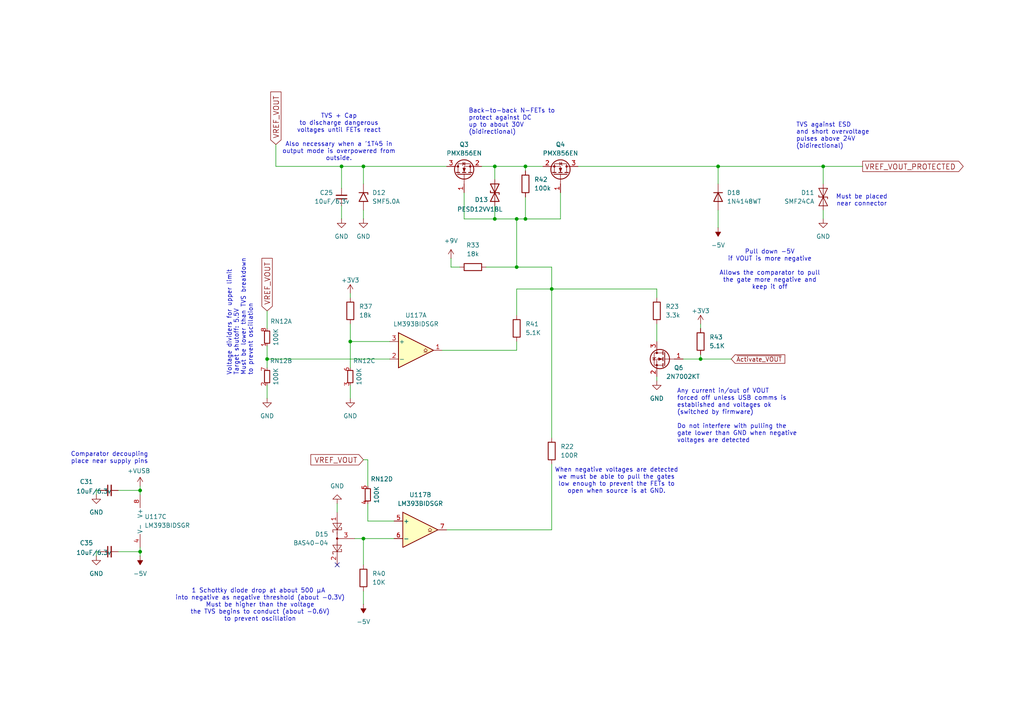
<source format=kicad_sch>
(kicad_sch (version 20250114) (generator "eeschema") (generator_version "9.0")
  (paper "A4")
  (lib_symbols
    (symbol "Comparator:LM393" (pin_names (offset 0.127))
      (property "Reference" "U" (at 3.81 3.81 0))
      (property "Value" "LM393" (at 6.35 -3.81 0))
      (symbol "LM393_1_1"
        (polyline (pts (xy -5.08 5.08) (xy 5.08 0) (xy -5.08 -5.08) (xy -5.08 5.08)) (stroke (width 0.254)) (fill (type background)))
        (polyline (pts (xy 3.302 -0.508) (xy 2.794 -0.508) (xy 3.302 0) (xy 2.794 0.508) (xy 2.286 0) (xy 2.794 -0.508) (xy 2.286 -0.508)) (stroke (width 0.127)))
        (pin input line (at -7.62 2.54 0) (length 2.54) (name "+") (number "3"))
        (pin input line (at -7.62 -2.54 0) (length 2.54) (name "-") (number "2"))
        (pin open_collector line (at 7.62 0 180) (length 2.54) (name "~") (number "1"))
      )
      (symbol "LM393_2_1"
        (polyline (pts (xy -5.08 5.08) (xy 5.08 0) (xy -5.08 -5.08) (xy -5.08 5.08)) (stroke (width 0.254)) (fill (type background)))
        (polyline (pts (xy 3.302 -0.508) (xy 2.794 -0.508) (xy 3.302 0) (xy 2.794 0.508) (xy 2.286 0) (xy 2.794 -0.508) (xy 2.286 -0.508)) (stroke (width 0.127)))
        (pin input line (at -7.62 2.54 0) (length 2.54) (name "+") (number "5"))
        (pin input line (at -7.62 -2.54 0) (length 2.54) (name "-") (number "6"))
        (pin open_collector line (at 7.62 0 180) (length 2.54) (name "~") (number "7"))
      )
      (symbol "LM393_3_1"
        (pin power_in line (at -2.54 7.62 270) (length 3.81) (name "V+") (number "8"))
        (pin power_in line (at -2.54 -7.62 90) (length 3.81) (name "V-") (number "4"))
      )
    )
    (symbol "Device:C_Small" (pin_numbers (hide yes)) (pin_names (offset 0.254) (hide yes))
      (property "Reference" "C" (at 0.254 1.778 0))
      (property "Value" "C_Small" (at 0.254 -2.032 0))
      (symbol "C_Small_0_1"
        (polyline (pts (xy -1.524 0.508) (xy 1.524 0.508)) (stroke (width 0.3048)))
        (polyline (pts (xy -1.524 -0.508) (xy 1.524 -0.508)) (stroke (width 0.3302)))
      )
      (symbol "C_Small_1_1"
        (pin passive line (at 0 2.54 270) (length 2.032) (name "~") (number "1"))
        (pin passive line (at 0 -2.54 90) (length 2.032) (name "~") (number "2"))
      )
    )
    (symbol "Device:D_TVS" (pin_numbers (hide yes)) (pin_names (offset 1.016) (hide yes))
      (property "Reference" "D" (at 0 2.54 0))
      (property "Value" "D_TVS" (at 0 -2.54 0))
      (symbol "D_TVS_0_1"
        (polyline (pts (xy -2.54 1.27) (xy -2.54 -1.27) (xy 2.54 1.27) (xy 2.54 -1.27) (xy -2.54 1.27)) (stroke (width 0.254)))
        (polyline (pts (xy 0.508 1.27) (xy 0 1.27) (xy 0 -1.27) (xy -0.508 -1.27)) (stroke (width 0.254)))
        (polyline (pts (xy 1.27 0) (xy -1.27 0)))
      )
      (symbol "D_TVS_1_1"
        (pin passive line (at -3.81 0 0) (length 2.54) (name "A1") (number "1"))
        (pin passive line (at 3.81 0 180) (length 2.54) (name "A2") (number "2"))
      )
    )
    (symbol "Device:Q_NMOS_GSD" (pin_names (offset 0) (hide yes))
      (property "Reference" "Q" (at 5.08 1.27 0))
      (property "Value" "Q_NMOS_GSD" (at 5.08 -1.27 0))
      (symbol "Q_NMOS_GSD_0_1"
        (polyline (pts (xy 0.254 1.905) (xy 0.254 -1.905)) (stroke (width 0.254)))
        (polyline (pts (xy 0.254 0) (xy -2.54 0)))
        (polyline (pts (xy 0.762 2.286) (xy 0.762 1.27)) (stroke (width 0.254)))
        (polyline (pts (xy 0.762 0.508) (xy 0.762 -0.508)) (stroke (width 0.254)))
        (polyline (pts (xy 0.762 -1.27) (xy 0.762 -2.286)) (stroke (width 0.254)))
        (polyline (pts (xy 0.762 -1.778) (xy 3.302 -1.778) (xy 3.302 1.778) (xy 0.762 1.778)))
        (polyline (pts (xy 1.016 0) (xy 2.032 0.381) (xy 2.032 -0.381) (xy 1.016 0)) (fill (type outline)))
        (circle (center 1.651 0) (radius 2.794) (stroke (width 0.254)))
        (polyline (pts (xy 2.54 2.54) (xy 2.54 1.778)))
        (circle (center 2.54 1.778) (radius 0.254) (fill (type outline)))
        (circle (center 2.54 -1.778) (radius 0.254) (fill (type outline)))
        (polyline (pts (xy 2.54 -2.54) (xy 2.54 0) (xy 0.762 0)))
        (polyline (pts (xy 2.794 0.508) (xy 2.921 0.381) (xy 3.683 0.381) (xy 3.81 0.254)))
        (polyline (pts (xy 3.302 0.381) (xy 2.921 -0.254) (xy 3.683 -0.254) (xy 3.302 0.381)))
      )
      (symbol "Q_NMOS_GSD_1_1"
        (pin input line (at -5.08 0 0) (length 2.54) (name "G") (number "1"))
        (pin passive line (at 2.54 5.08 270) (length 2.54) (name "D") (number "3"))
        (pin passive line (at 2.54 -5.08 90) (length 2.54) (name "S") (number "2"))
      )
    )
    (symbol "Device:R" (pin_numbers (hide yes)) (pin_names (offset 0))
      (property "Reference" "R" (at 2.032 0 90))
      (property "Value" "R" (at 0 0 90))
      (symbol "R_0_1"
        (rectangle (start -1.016 -2.54) (end 1.016 2.54) (stroke (width 0.254)))
      )
      (symbol "R_1_1"
        (pin passive line (at 0 3.81 270) (length 1.27) (name "~") (number "1"))
        (pin passive line (at 0 -3.81 90) (length 1.27) (name "~") (number "2"))
      )
    )
    (symbol "Diode:1N4148WS" (pin_numbers (hide yes)) (pin_names (hide yes))
      (property "Reference" "D" (at 0 2.54 0))
      (property "Value" "1N4148WS" (at 0 -2.54 0))
      (symbol "1N4148WS_0_1"
        (polyline (pts (xy -1.27 1.27) (xy -1.27 -1.27)) (stroke (width 0.254)))
        (polyline (pts (xy 1.27 1.27) (xy 1.27 -1.27) (xy -1.27 0) (xy 1.27 1.27)) (stroke (width 0.254)))
        (polyline (pts (xy 1.27 0) (xy -1.27 0)))
      )
      (symbol "1N4148WS_1_1"
        (pin passive line (at -3.81 0 0) (length 2.54) (name "K") (number "1"))
        (pin passive line (at 3.81 0 180) (length 2.54) (name "A") (number "2"))
      )
    )
    (symbol "Diode:BAS40-04" (pin_names (offset 1.016))
      (property "Reference" "D" (at 0.635 -1.27 0))
      (property "Value" "BAS40-04" (at -6.35 5.715 0))
      (symbol "BAS40-04_0_1"
        (polyline (pts (xy -4.445 3.81) (xy -4.445 1.27) (xy -2.54 2.54) (xy -4.445 3.81)))
        (polyline (pts (xy -3.81 2.54) (xy -1.27 2.54)))
        (polyline (pts (xy -3.175 1.27) (xy -3.175 1.524)))
        (polyline (pts (xy -2.54 3.81) (xy -1.905 3.81)))
        (polyline (pts (xy -2.54 1.27) (xy -3.175 1.27)))
        (polyline (pts (xy -2.54 1.27) (xy -2.54 3.81)))
        (polyline (pts (xy -1.905 3.81) (xy -1.905 3.556)))
        (polyline (pts (xy -1.905 2.54) (xy 1.905 2.54)))
        (circle (center 0 2.54) (radius 0.254) (fill (type outline)))
        (polyline (pts (xy 1.27 2.54) (xy 3.81 2.54)))
        (polyline (pts (xy 1.905 3.81) (xy 1.905 1.27) (xy 3.81 2.54) (xy 1.905 3.81)))
        (polyline (pts (xy 3.175 1.27) (xy 3.175 1.524)))
        (polyline (pts (xy 3.81 3.81) (xy 4.445 3.81)))
        (polyline (pts (xy 3.81 1.27) (xy 3.175 1.27)))
        (polyline (pts (xy 3.81 1.27) (xy 3.81 3.81)))
        (polyline (pts (xy 4.445 3.81) (xy 4.445 3.556)))
      )
      (symbol "BAS40-04_1_1"
        (pin passive line (at -7.62 2.54 0) (length 3.81) (name "~") (number "1"))
        (pin passive line (at 0 -2.54 90) (length 5.08) (name "~") (number "3"))
        (pin passive line (at 7.62 2.54 180) (length 3.81) (name "~") (number "2"))
      )
    )
    (symbol "Diode:SMAJ5.0A" (pin_numbers (hide yes)) (pin_names (offset 1.016) (hide yes))
      (property "Reference" "D" (at 0 2.54 0))
      (property "Value" "SMAJ5.0A" (at 0 -2.54 0))
      (symbol "SMAJ5.0A_0_1"
        (polyline (pts (xy -0.762 1.27) (xy -1.27 1.27) (xy -1.27 -1.27)) (stroke (width 0.254)))
        (polyline (pts (xy 1.27 1.27) (xy 1.27 -1.27) (xy -1.27 0) (xy 1.27 1.27)) (stroke (width 0.254)))
      )
      (symbol "SMAJ5.0A_1_1"
        (pin passive line (at -3.81 0 0) (length 2.54) (name "A1") (number "1"))
        (pin passive line (at 3.81 0 180) (length 2.54) (name "A2") (number "2"))
      )
    )
    (symbol "Diode:SMAJ5.0CA" (pin_numbers (hide yes)) (pin_names (offset 1.016) (hide yes))
      (property "Reference" "D" (at 0 2.54 0))
      (property "Value" "SMAJ5.0CA" (at 0 -2.54 0))
      (symbol "SMAJ5.0CA_0_1"
        (polyline (pts (xy -2.54 -1.27) (xy 0 0) (xy -2.54 1.27) (xy -2.54 -1.27)) (stroke (width 0.2032)))
        (polyline (pts (xy 0.508 1.27) (xy 0 1.27) (xy 0 -1.27) (xy -0.508 -1.27)) (stroke (width 0.2032)))
        (polyline (pts (xy 1.27 0) (xy -1.27 0)))
        (polyline (pts (xy 2.54 1.27) (xy 2.54 -1.27) (xy 0 0) (xy 2.54 1.27)) (stroke (width 0.2032)))
      )
      (symbol "SMAJ5.0CA_1_1"
        (pin passive line (at -3.81 0 0) (length 2.54) (name "A1") (number "1"))
        (pin passive line (at 3.81 0 180) (length 2.54) (name "A2") (number "2"))
      )
    )
    (symbol "GND_1" (power) (pin_numbers (hide yes)) (pin_names (offset 0) (hide yes))
      (property "Value" "GND" (at 0 -3.81 0))
      (symbol "GND_1_0_1"
        (polyline (pts (xy 0 0) (xy 0 -1.27) (xy 1.27 -1.27) (xy 0 -2.54) (xy -1.27 -1.27) (xy 0 -1.27)))
      )
      (symbol "GND_1_1_1"
        (pin power_in line (at 0 0 270) (length 0) (name "~") (number "1"))
      )
    )
    (symbol "GND_2" (power) (pin_numbers (hide yes)) (pin_names (offset 0) (hide yes))
      (property "Value" "GND" (at 0 -3.81 0))
      (symbol "GND_2_0_1"
        (polyline (pts (xy 0 0) (xy 0 -1.27) (xy 1.27 -1.27) (xy 0 -2.54) (xy -1.27 -1.27) (xy 0 -1.27)))
      )
      (symbol "GND_2_1_1"
        (pin power_in line (at 0 0 270) (length 0) (name "~") (number "1"))
      )
    )
    (symbol "GND_3" (power) (pin_numbers (hide yes)) (pin_names (offset 0) (hide yes))
      (property "Value" "GND" (at 0 -3.81 0))
      (symbol "GND_3_0_1"
        (polyline (pts (xy 0 0) (xy 0 -1.27) (xy 1.27 -1.27) (xy 0 -2.54) (xy -1.27 -1.27) (xy 0 -1.27)))
      )
      (symbol "GND_3_1_1"
        (pin power_in line (at 0 0 270) (length 0) (name "~") (number "1"))
      )
    )
    (symbol "GND_4" (power) (pin_numbers (hide yes)) (pin_names (offset 0) (hide yes))
      (property "Value" "GND" (at 0 -3.81 0))
      (symbol "GND_4_0_1"
        (polyline (pts (xy 0 0) (xy 0 -1.27) (xy 1.27 -1.27) (xy 0 -2.54) (xy -1.27 -1.27) (xy 0 -1.27)))
      )
      (symbol "GND_4_1_1"
        (pin power_in line (at 0 0 270) (length 0) (name "~") (number "1"))
      )
    )
    (symbol "GND_7" (power) (pin_numbers (hide yes)) (pin_names (offset 0) (hide yes))
      (property "Value" "GND" (at 0 -3.81 0))
      (symbol "GND_7_0_1"
        (polyline (pts (xy 0 0) (xy 0 -1.27) (xy 1.27 -1.27) (xy 0 -2.54) (xy -1.27 -1.27) (xy 0 -1.27)))
      )
      (symbol "GND_7_1_1"
        (pin power_in line (at 0 0 270) (length 0) (name "~") (number "1"))
      )
    )
    (symbol "Transistor_FET:BSS138" (pin_names (hide yes))
      (property "Reference" "Q" (at 5.08 1.905 0))
      (property "Value" "BSS138" (at 5.08 0 0))
      (symbol "BSS138_0_1"
        (polyline (pts (xy 0.254 1.905) (xy 0.254 -1.905)) (stroke (width 0.254)))
        (polyline (pts (xy 0.254 0) (xy -2.54 0)))
        (polyline (pts (xy 0.762 2.286) (xy 0.762 1.27)) (stroke (width 0.254)))
        (polyline (pts (xy 0.762 0.508) (xy 0.762 -0.508)) (stroke (width 0.254)))
        (polyline (pts (xy 0.762 -1.27) (xy 0.762 -2.286)) (stroke (width 0.254)))
        (polyline (pts (xy 0.762 -1.778) (xy 3.302 -1.778) (xy 3.302 1.778) (xy 0.762 1.778)))
        (polyline (pts (xy 1.016 0) (xy 2.032 0.381) (xy 2.032 -0.381) (xy 1.016 0)) (fill (type outline)))
        (circle (center 1.651 0) (radius 2.794) (stroke (width 0.254)))
        (polyline (pts (xy 2.54 2.54) (xy 2.54 1.778)))
        (circle (center 2.54 1.778) (radius 0.254) (fill (type outline)))
        (circle (center 2.54 -1.778) (radius 0.254) (fill (type outline)))
        (polyline (pts (xy 2.54 -2.54) (xy 2.54 0) (xy 0.762 0)))
        (polyline (pts (xy 2.794 0.508) (xy 2.921 0.381) (xy 3.683 0.381) (xy 3.81 0.254)))
        (polyline (pts (xy 3.302 0.381) (xy 2.921 -0.254) (xy 3.683 -0.254) (xy 3.302 0.381)))
      )
      (symbol "BSS138_1_1"
        (pin input line (at -5.08 0 0) (length 2.54) (name "G") (number "1"))
        (pin passive line (at 2.54 5.08 270) (length 2.54) (name "D") (number "3"))
        (pin passive line (at 2.54 -5.08 90) (length 2.54) (name "S") (number "2"))
      )
    )
    (symbol "dp-power:+VUSB" (power) (pin_names (offset 1.016))
      (property "Value" "+VUSB" (at 0 5.08 0))
      (symbol "+VUSB_0_1"
        (polyline (pts (xy 0 2.54) (xy -0.762 1.27)))
        (polyline (pts (xy 0 2.54) (xy 0.762 1.27)))
        (polyline (pts (xy 0 0) (xy 0 2.54)))
      )
      (symbol "+VUSB_1_1"
        (pin power_in line (at 0 0 90) (length 0) (hide yes) (name "+VUSB") (number "1"))
      )
    )
    (symbol "dp-rarray:R_Array" (pin_names (offset 0) (hide yes))
      (property "Reference" "RN" (at 2.286 0.762 0))
      (property "Value" "R_Array" (at 4.572 -0.762 0))
      (symbol "R_Array_0_1"
        (rectangle (start 0.762 1.778) (end -0.762 -1.778) (stroke (width 0.254)))
      )
      (symbol "R_Array_1_1"
        (pin passive line (at 0 2.54 270) (length 0.762) (name "R1.1") (number "1"))
        (pin passive line (at 0 -2.54 90) (length 0.762) (name "R1.8") (number "8"))
      )
      (symbol "R_Array_2_1"
        (pin passive line (at 0 2.54 270) (length 0.762) (name "R1.1") (number "2"))
        (pin passive line (at 0 -2.54 90) (length 0.762) (name "R1.8") (number "7"))
      )
      (symbol "R_Array_3_1"
        (pin passive line (at 0 2.54 270) (length 0.762) (name "R1.1") (number "3"))
        (pin passive line (at 0 -2.54 90) (length 0.762) (name "R1.8") (number "6"))
      )
      (symbol "R_Array_4_1"
        (pin passive line (at 0 2.54 270) (length 0.762) (name "R1.1") (number "4"))
        (pin passive line (at 0 -2.54 90) (length 0.762) (name "R1.8") (number "5"))
      )
    )
    (symbol "power:+3V3" (power) (pin_names (offset 0))
      (property "Value" "+3V3" (at 0 3.556 0))
      (symbol "+3V3_0_1"
        (polyline (pts (xy -0.762 1.27) (xy 0 2.54)))
        (polyline (pts (xy 0 2.54) (xy 0.762 1.27)))
        (polyline (pts (xy 0 0) (xy 0 2.54)))
      )
      (symbol "+3V3_1_1"
        (pin power_in line (at 0 0 90) (length 0) (hide yes) (name "+3V3") (number "1"))
      )
    )
    (symbol "power:+9V" (power) (pin_numbers (hide yes)) (pin_names (offset 0) (hide yes))
      (property "Value" "+9V" (at 0 3.556 0))
      (symbol "+9V_0_1"
        (polyline (pts (xy -0.762 1.27) (xy 0 2.54)))
        (polyline (pts (xy 0 2.54) (xy 0.762 1.27)))
        (polyline (pts (xy 0 0) (xy 0 2.54)))
      )
      (symbol "+9V_1_1"
        (pin power_in line (at 0 0 90) (length 0) (name "~") (number "1"))
      )
    )
    (symbol "power:-5V" (power) (pin_numbers (hide yes)) (pin_names (offset 0) (hide yes))
      (property "Value" "-5V" (at 0 3.556 0))
      (symbol "-5V_0_0"
        (pin power_in line (at 0 0 90) (length 0) (name "~") (number "1"))
      )
      (symbol "-5V_0_1"
        (polyline (pts (xy 0 0) (xy 0 1.27) (xy 0.762 1.27) (xy 0 2.54) (xy -0.762 1.27) (xy 0 1.27)) (fill (type outline)))
      )
    )
  )
  (text "When negative voltages are detected\nwe must be able to pull the gates\nlow enough to prevent the FETs to\nopen when source is at GND." (at 178.816 139.446 0) (effects (font (size 1.27 1.27))))
  (text "TVS against ESD\nand short overvoltage\npulses above 24V\n(bidirectional)" (at 230.886 39.37 0) (effects (font (size 1.27 1.27)) (justify left)))
  (text "TVS + Cap\nto discharge dangerous\nvoltages until FETs react\n\nAlso necessary when a '1T45 in\noutput mode is overpowered from\noutside." (at 98.298 39.878 0) (effects (font (size 1.27 1.27))))
  (text "Back-to-back N-FETs to\nprotect against DC\nup to about 30V\n(bidirectional)" (at 135.89 35.306 0) (effects (font (size 1.27 1.27)) (justify left)))
  (text "Pull down -5V\nif VOUT is more negative\n\nAllows the comparator to pull\nthe gate more negative and\nkeep it off" (at 223.266 78.232 0) (effects (font (size 1.27 1.27))))
  (text "1 Schottky diode drop at about 500 µA \ninto negative as negative threshold (about -0.3V)\nMust be higher than the voltage\nthe TVS begins to conduct (about -0.6V)\nto prevent oscillation" (at 75.438 175.514 0) (effects (font (size 1.27 1.27))))
  (text "Comparator decoupling\nplace near supply pins" (at 31.75 132.842 0) (effects (font (size 1.27 1.27))))
  (text "Voltage dividers for upper limit\nTarget shutoff: 5.5V\nMust be lower than TVS breakdown\nto prevent oscillation" (at 69.596 108.966 90) (effects (font (size 1.27 1.27)) (justify left)))
  (text "Any current in/out of VOUT\nforced off unless USB comms is\nestablished and voltages ok\n(switched by firmware)\n\nDo not interfere with pulling the\ngate lower than GND when negative\nvoltages are detected" (at 196.342 120.65 0) (effects (font (size 1.27 1.27)) (justify left)))
  (text "Must be placed\nnear connector" (at 249.936 58.166 0) (effects (font (size 1.27 1.27))))
  (junction (at 105.41 48.26))
  (junction (at 143.51 63.5))
  (junction (at 99.06 48.26))
  (junction (at 160.02 83.82))
  (junction (at 77.47 104.14))
  (junction (at 152.4 48.26))
  (junction (at 152.4 63.5))
  (junction (at 143.51 48.26))
  (junction (at 101.6 99.06))
  (junction (at 203.2 104.14))
  (junction (at 40.64 160.02))
  (junction (at 149.86 63.5))
  (junction (at 105.41 156.21))
  (junction (at 149.86 77.47))
  (junction (at 238.76 48.26))
  (junction (at 208.28 48.26))
  (junction (at 40.64 142.24))
  (no_connect (at 97.79 163.83))
  (wire (pts (xy 105.41 156.21) (xy 114.3 156.21)))
  (wire (pts (xy 152.4 63.5) (xy 162.56 63.5)))
  (wire (pts (xy 143.51 59.69) (xy 143.51 63.5)))
  (wire (pts (xy 77.47 104.14) (xy 77.47 106.68)))
  (wire (pts (xy 80.01 41.91) (xy 80.01 48.26)))
  (wire (pts (xy 40.64 158.75) (xy 40.64 160.02)))
  (wire (pts (xy 101.6 99.06) (xy 113.03 99.06)))
  (wire (pts (xy 105.41 48.26) (xy 105.41 53.34)))
  (wire (pts (xy 149.86 77.47) (xy 149.86 63.5)))
  (wire (pts (xy 160.02 83.82) (xy 149.86 83.82)))
  (wire (pts (xy 160.02 83.82) (xy 160.02 127)))
  (wire (pts (xy 149.86 77.47) (xy 160.02 77.47)))
  (wire (pts (xy 190.5 86.36) (xy 190.5 83.82)))
  (wire (pts (xy 77.47 111.76) (xy 77.47 115.57)))
  (wire (pts (xy 238.76 60.96) (xy 238.76 63.5)))
  (wire (pts (xy 129.54 153.67) (xy 160.02 153.67)))
  (wire (pts (xy 101.6 99.06) (xy 101.6 106.68)))
  (wire (pts (xy 162.56 63.5) (xy 162.56 55.88)))
  (wire (pts (xy 203.2 104.14) (xy 212.09 104.14)))
  (wire (pts (xy 198.12 104.14) (xy 203.2 104.14)))
  (wire (pts (xy 149.86 99.06) (xy 149.86 101.6)))
  (wire (pts (xy 34.29 160.02) (xy 40.64 160.02)))
  (wire (pts (xy 99.06 59.69) (xy 99.06 63.5)))
  (wire (pts (xy 167.64 48.26) (xy 208.28 48.26)))
  (wire (pts (xy 77.47 100.33) (xy 77.47 104.14)))
  (wire (pts (xy 105.41 156.21) (xy 105.41 163.83)))
  (wire (pts (xy 208.28 48.26) (xy 238.76 48.26)))
  (wire (pts (xy 152.4 48.26) (xy 152.4 49.53)))
  (wire (pts (xy 208.28 60.96) (xy 208.28 66.04)))
  (wire (pts (xy 105.41 171.45) (xy 105.41 175.26)))
  (wire (pts (xy 101.6 111.76) (xy 101.6 115.57)))
  (wire (pts (xy 27.94 142.24) (xy 27.94 143.51)))
  (wire (pts (xy 160.02 153.67) (xy 160.02 134.62)))
  (wire (pts (xy 80.01 48.26) (xy 99.06 48.26)))
  (wire (pts (xy 77.47 104.14) (xy 113.03 104.14)))
  (wire (pts (xy 139.7 48.26) (xy 143.51 48.26)))
  (wire (pts (xy 134.62 63.5) (xy 134.62 55.88)))
  (wire (pts (xy 40.64 140.97) (xy 40.64 142.24)))
  (wire (pts (xy 190.5 93.98) (xy 190.5 99.06)))
  (wire (pts (xy 40.64 142.24) (xy 40.64 143.51)))
  (wire (pts (xy 34.29 142.24) (xy 40.64 142.24)))
  (wire (pts (xy 106.68 146.05) (xy 106.68 151.13)))
  (wire (pts (xy 29.21 160.02) (xy 27.94 160.02)))
  (wire (pts (xy 128.27 101.6) (xy 149.86 101.6)))
  (wire (pts (xy 106.68 133.35) (xy 106.68 140.97)))
  (wire (pts (xy 149.86 63.5) (xy 152.4 63.5)))
  (wire (pts (xy 190.5 83.82) (xy 160.02 83.82)))
  (wire (pts (xy 149.86 63.5) (xy 143.51 63.5)))
  (wire (pts (xy 77.47 90.17) (xy 77.47 95.25)))
  (wire (pts (xy 238.76 48.26) (xy 238.76 53.34)))
  (wire (pts (xy 134.62 63.5) (xy 143.51 63.5)))
  (wire (pts (xy 99.06 48.26) (xy 99.06 54.61)))
  (wire (pts (xy 140.97 77.47) (xy 149.86 77.47)))
  (wire (pts (xy 114.3 151.13) (xy 106.68 151.13)))
  (wire (pts (xy 97.79 146.05) (xy 97.79 148.59)))
  (wire (pts (xy 102.87 156.21) (xy 105.41 156.21)))
  (wire (pts (xy 40.64 160.02) (xy 40.64 161.29)))
  (wire (pts (xy 29.21 142.24) (xy 27.94 142.24)))
  (wire (pts (xy 208.28 48.26) (xy 208.28 53.34)))
  (wire (pts (xy 99.06 48.26) (xy 105.41 48.26)))
  (wire (pts (xy 27.94 160.02) (xy 27.94 161.29)))
  (wire (pts (xy 105.41 48.26) (xy 129.54 48.26)))
  (wire (pts (xy 152.4 57.15) (xy 152.4 63.5)))
  (wire (pts (xy 143.51 48.26) (xy 143.51 52.07)))
  (wire (pts (xy 238.76 48.26) (xy 250.19 48.26)))
  (wire (pts (xy 149.86 83.82) (xy 149.86 91.44)))
  (wire (pts (xy 143.51 48.26) (xy 152.4 48.26)))
  (wire (pts (xy 105.41 133.35) (xy 106.68 133.35)))
  (wire (pts (xy 160.02 77.47) (xy 160.02 83.82)))
  (wire (pts (xy 190.5 109.22) (xy 190.5 110.49)))
  (wire (pts (xy 130.81 74.93) (xy 130.81 77.47)))
  (wire (pts (xy 105.41 60.96) (xy 105.41 63.5)))
  (wire (pts (xy 130.81 77.47) (xy 133.35 77.47)))
  (wire (pts (xy 101.6 85.09) (xy 101.6 86.36)))
  (wire (pts (xy 152.4 48.26) (xy 157.48 48.26)))
  (wire (pts (xy 203.2 102.87) (xy 203.2 104.14)))
  (wire (pts (xy 101.6 93.98) (xy 101.6 99.06)))
  (wire (pts (xy 203.2 93.98) (xy 203.2 95.25)))
  (global_label "VREF_VOUT" (shape input) (at 105.41 133.35 180) (effects (font (size 1.524 1.524))) (property "Intersheetrefs" "${INTERSHEET_REFS}" (effects (hide yes))))
  (global_label "VREF_VOUT" (shape input) (at 77.47 90.17 90) (effects (font (size 1.524 1.524))) (property "Intersheetrefs" "${INTERSHEET_REFS}" (effects (hide yes))))
  (global_label "~{Activate_VOUT}" (shape input) (at 212.09 104.14 0) (property "Intersheetrefs" "${INTERSHEET_REFS}" (effects (hide yes))))
  (global_label "VREF_VOUT_PROTECTED" (shape output) (at 250.19 48.26 0) (effects (font (size 1.524 1.524))) (property "Intersheetrefs" "${INTERSHEET_REFS}" (effects (hide yes))))
  (global_label "VREF_VOUT" (shape input) (at 80.01 41.91 90) (effects (font (size 1.524 1.524))) (property "Intersheetrefs" "${INTERSHEET_REFS}" (effects (hide yes))))
  (symbol (lib_id "power:-5V") (at 105.41 175.26 180) (unit 1)
    (property "Reference" "#PWR0134" (effects (hide yes)))
    (property "Value" "-5V" (at 105.41 180.34 0))
    (property "Description" "Power symbol creates a global label with name \"-5V\"" (effects (hide yes)))
  )
  (symbol (lib_id "power:+9V") (at 130.81 74.93 0) (unit 1)
    (property "Reference" "#PWR0102" (effects (hide yes)))
    (property "Value" "+9V" (at 130.81 69.85 0))
    (property "Description" "Power symbol creates a global label with name \"+9V\"" (effects (hide yes)))
  )
  (symbol (lib_id "Device:C_Small") (at 31.75 160.02 90) (unit 1)
    (property "Reference" "C35" (at 23.114 157.48 90) (effects (justify right)))
    (property "Value" "10uF/6.3v" (at 22.098 160.274 90) (effects (justify right)))
    (property "Footprint" "Capacitor_SMD:C_0402_1005Metric" (effects (hide yes)))
    (property "Description" "CL05A106MQ5NUN" (effects (hide yes)))
    (property "RMB" "0.037726" (effects (hide yes)))
    (property "Supplier" "https://item.szlcsc.com/1877.html" (effects (hide yes)))
    (property "MANUFACTURER" "Samsung" (effects (hide yes)))
  )
  (symbol (lib_id "dp-rarray:R_Array") (at 77.47 109.22 180) (unit 2)
    (property "Reference" "RN12" (at 81.534 104.648 0))
    (property "Value" "100K" (at 80.01 109.22 90))
    (property "Footprint" "Resistor_SMD:R_Array_Convex_4x0402" (effects (hide yes)))
    (property "Datasheet" "http://www.vishay.com/docs/31509/csc.pdf" (effects (hide yes)))
    (property "RMB" "0.03666" (effects (hide yes)))
    (property "Supplier" "https://item.szlcsc.com/635571.html" (effects (hide yes)))
  )
  (symbol (lib_id "Comparator:LM393") (at 120.65 101.6 0) (unit 1)
    (property "Reference" "U117" (at 120.65 91.44 0))
    (property "Value" "LM393BIDSGR" (at 120.65 93.98 0))
    (property "Footprint" "Package_SON:WSON-8-1EP_2x2mm_P0.5mm_EP0.9x1.6mm" (effects (hide yes)))
    (property "Datasheet" "http://www.ti.com/lit/ds/symlink/lm393.pdf" (effects (hide yes)))
    (property "Description" "Low-Power, Low-Offset Voltage, Dual Comparators, WSON-8 2x2mm" (effects (hide yes)))
  )
  (symbol (lib_id "power:+3V3") (at 101.6 85.09 0) (unit 1)
    (property "Reference" "#PWR0103" (effects (hide yes)))
    (property "Value" "+3V3" (at 101.6 81.28 0))
  )
  (symbol (lib_id "Device:R") (at 190.5 90.17 0) (unit 1)
    (property "Reference" "R23" (at 193.04 88.8999 0) (effects (justify left)))
    (property "Value" "3.3k" (at 193.04 91.4399 0) (effects (justify left)))
    (property "Footprint" "Resistor_SMD:R_0402_1005Metric" (effects (hide yes)))
    (property "Description" "Resistor" (effects (hide yes)))
  )
  (symbol (lib_id "dp-rarray:R_Array") (at 106.68 143.51 180) (unit 4)
    (property "Reference" "RN12" (at 110.744 138.938 0))
    (property "Value" "100K" (at 109.22 143.51 90))
    (property "Footprint" "Resistor_SMD:R_Array_Convex_4x0402" (effects (hide yes)))
    (property "Datasheet" "http://www.vishay.com/docs/31509/csc.pdf" (effects (hide yes)))
    (property "RMB" "0.03666" (effects (hide yes)))
    (property "Supplier" "https://item.szlcsc.com/635571.html" (effects (hide yes)))
  )
  (symbol (lib_name "GND_4") (lib_id "power:GND") (at 27.94 161.29 0) (unit 1)
    (property "Reference" "#PWR0149" (effects (hide yes)))
    (property "Value" "GND" (at 27.94 166.37 0))
    (property "Description" "Power symbol creates a global label with name \"GND\" , ground" (effects (hide yes)))
  )
  (symbol (lib_id "Comparator:LM393") (at 43.18 151.13 0) (unit 3)
    (property "Reference" "U117" (at 41.91 149.8599 0) (effects (justify left)))
    (property "Value" "LM393BIDSGR" (at 41.91 152.3999 0) (effects (justify left)))
    (property "Footprint" "Package_SON:WSON-8-1EP_2x2mm_P0.5mm_EP0.9x1.6mm" (effects (hide yes)))
    (property "Datasheet" "http://www.ti.com/lit/ds/symlink/lm393.pdf" (effects (hide yes)))
    (property "Description" "Low-Power, Low-Offset Voltage, Dual Comparators, WSON-8 2x2mm" (effects (hide yes)))
  )
  (symbol (lib_name "GND_3") (lib_id "power:GND") (at 97.79 146.05 180) (unit 1)
    (property "Reference" "#PWR0135" (effects (hide yes)))
    (property "Value" "GND" (at 97.79 140.97 0))
    (property "Description" "Power symbol creates a global label with name \"GND\" , ground" (effects (hide yes)))
  )
  (symbol (lib_id "Diode:SMAJ5.0A") (at 105.41 57.15 270) (unit 1)
    (property "Reference" "D12" (at 107.95 55.8799 90) (effects (justify left)))
    (property "Value" "SMF5.0A" (at 107.95 58.4199 90) (effects (justify left)))
    (property "Footprint" "Diode_SMD:D_SMF" (effects (hide yes)))
  )
  (symbol (lib_id "Device:R") (at 105.41 167.64 0) (unit 1)
    (property "Reference" "R40" (at 107.95 166.3699 0) (effects (justify left)))
    (property "Value" "10K" (at 107.95 168.9099 0) (effects (justify left)))
    (property "Footprint" "Resistor_SMD:R_0402_1005Metric" (effects (hide yes)))
    (property "Description" "Resistor" (effects (hide yes)))
  )
  (symbol (lib_id "Diode:BAS40-04") (at 100.33 156.21 90) (mirror x) (unit 1)
    (property "Reference" "D15" (at 95.25 154.9399 90) (effects (justify left)))
    (property "Value" "BAS40-04" (at 95.25 157.4799 90) (effects (justify left)))
    (property "Footprint" "Package_TO_SOT_SMD:SOT-523" (effects (hide yes)))
    (property "Datasheet" "http://www.vishay.com/docs/85701/bas40v.pdf" (effects (hide yes)))
    (property "Description" "40V 0.2A Dual Small Signal Schottky Diodes" (effects (hide yes)))
  )
  (symbol (lib_id "Device:Q_NMOS_GSD") (at 134.62 50.8 90) (unit 1)
    (property "Reference" "Q3" (at 134.62 41.91 90))
    (property "Value" "PMXB56EN" (at 134.62 44.45 90))
    (property "Footprint" "DFN1010D-3:DFN1010D-3_SOT1215_NEX" (effects (hide yes)))
    (property "Description" "N-MOSFET transistor, gate/source/drain" (effects (hide yes)))
    (property "MANUFACTURER" "Nexperia" (effects (hide yes)))
  )
  (symbol (lib_id "dp-rarray:R_Array") (at 101.6 109.22 180) (unit 3)
    (property "Reference" "RN12" (at 105.664 104.648 0))
    (property "Value" "100K" (at 104.14 109.22 90))
    (property "Footprint" "Resistor_SMD:R_Array_Convex_4x0402" (effects (hide yes)))
    (property "Datasheet" "http://www.vishay.com/docs/31509/csc.pdf" (effects (hide yes)))
    (property "RMB" "0.03666" (effects (hide yes)))
    (property "Supplier" "https://item.szlcsc.com/635571.html" (effects (hide yes)))
  )
  (symbol (lib_id "Device:R") (at 101.6 90.17 0) (unit 1)
    (property "Reference" "R37" (at 104.14 88.8999 0) (effects (justify left)))
    (property "Value" "18k" (at 104.14 91.4399 0) (effects (justify left)))
    (property "Footprint" "Resistor_SMD:R_0402_1005Metric" (effects (hide yes)))
    (property "Description" "Resistor" (effects (hide yes)))
  )
  (symbol (lib_id "dp-rarray:R_Array") (at 77.47 97.79 180) (unit 1)
    (property "Reference" "RN12" (at 81.534 93.218 0))
    (property "Value" "100K" (at 80.01 97.79 90))
    (property "Footprint" "Resistor_SMD:R_Array_Convex_4x0402" (effects (hide yes)))
    (property "Datasheet" "http://www.vishay.com/docs/31509/csc.pdf" (effects (hide yes)))
    (property "RMB" "0.03666" (effects (hide yes)))
    (property "Supplier" "https://item.szlcsc.com/635571.html" (effects (hide yes)))
  )
  (symbol (lib_name "GND_2") (lib_id "power:GND") (at 105.41 63.5 0) (unit 1)
    (property "Reference" "#PWR0153" (effects (hide yes)))
    (property "Value" "GND" (at 105.41 68.58 0))
    (property "Description" "Power symbol creates a global label with name \"GND\" , ground" (effects (hide yes)))
  )
  (symbol (lib_id "Device:R") (at 203.2 99.06 0) (unit 1)
    (property "Reference" "R43" (at 205.74 97.7899 0) (effects (justify left)))
    (property "Value" "5.1K" (at 205.74 100.3299 0) (effects (justify left)))
    (property "Footprint" "Resistor_SMD:R_0402_1005Metric" (effects (hide yes)))
    (property "Description" "Resistor" (effects (hide yes)))
  )
  (symbol (lib_id "Device:D_TVS") (at 143.51 55.88 90) (unit 1)
    (property "Reference" "D13" (at 137.668 57.912 90) (effects (justify right)))
    (property "Value" "PESD12VV1BL" (at 132.588 60.706 90) (effects (justify right)))
    (property "Footprint" "Diode_SMD:D_SOD-882D" (effects (hide yes)))
    (property "Description" "Bidirectional transient-voltage-suppression diode" (effects (hide yes)))
    (property "MANUFACTURER" "Nexperia" (effects (hide yes)))
  )
  (symbol (lib_id "Device:R") (at 149.86 95.25 0) (unit 1)
    (property "Reference" "R41" (at 152.4 93.9799 0) (effects (justify left)))
    (property "Value" "5.1K" (at 152.4 96.5199 0) (effects (justify left)))
    (property "Footprint" "Resistor_SMD:R_0402_1005Metric" (effects (hide yes)))
    (property "Description" "Resistor" (effects (hide yes)))
  )
  (symbol (lib_name "GND_2") (lib_id "power:GND") (at 99.06 63.5 0) (unit 1)
    (property "Reference" "#PWR097" (effects (hide yes)))
    (property "Value" "GND" (at 99.06 68.58 0))
    (property "Description" "Power symbol creates a global label with name \"GND\" , ground" (effects (hide yes)))
  )
  (symbol (lib_name "GND_4") (lib_id "power:GND") (at 77.47 115.57 0) (unit 1)
    (property "Reference" "#PWR0106" (effects (hide yes)))
    (property "Value" "GND" (at 77.47 120.65 0))
    (property "Description" "Power symbol creates a global label with name \"GND\" , ground" (effects (hide yes)))
  )
  (symbol (lib_id "Device:R") (at 137.16 77.47 90) (unit 1)
    (property "Reference" "R33" (at 137.16 71.12 90))
    (property "Value" "18k" (at 137.16 73.66 90))
    (property "Footprint" "Resistor_SMD:R_0402_1005Metric" (effects (hide yes)))
    (property "Description" "Resistor" (effects (hide yes)))
  )
  (symbol (lib_id "Device:C_Small") (at 31.75 142.24 90) (unit 1)
    (property "Reference" "C31" (at 23.114 139.7 90) (effects (justify right)))
    (property "Value" "10uF/6.3v" (at 22.098 142.494 90) (effects (justify right)))
    (property "Footprint" "Capacitor_SMD:C_0402_1005Metric" (effects (hide yes)))
    (property "Description" "CL05A106MQ5NUN" (effects (hide yes)))
    (property "RMB" "0.037726" (effects (hide yes)))
    (property "Supplier" "https://item.szlcsc.com/1877.html" (effects (hide yes)))
    (property "MANUFACTURER" "Samsung" (effects (hide yes)))
  )
  (symbol (lib_name "GND_7") (lib_id "power:GND") (at 190.5 110.49 0) (unit 1)
    (property "Reference" "#PWR0118" (effects (hide yes)))
    (property "Value" "GND" (at 190.5 115.57 0))
    (property "Description" "Power symbol creates a global label with name \"GND\" , ground" (effects (hide yes)))
  )
  (symbol (lib_id "dp-power:+VUSB") (at 40.64 140.97 0) (unit 1)
    (property "Reference" "#PWR0138" (effects (hide yes)))
    (property "Value" "+VUSB" (at 40.259 136.5758 0))
  )
  (symbol (lib_name "GND_1") (lib_id "power:GND") (at 238.76 63.5 0) (unit 1)
    (property "Reference" "#PWR0107" (effects (hide yes)))
    (property "Value" "GND" (at 238.76 68.58 0))
    (property "Description" "Power symbol creates a global label with name \"GND\" , ground" (effects (hide yes)))
  )
  (symbol (lib_id "Device:C_Small") (at 99.06 57.15 180) (unit 1)
    (property "Reference" "C25" (at 92.71 55.88 0) (effects (justify right)))
    (property "Value" "10uF/6.3v" (at 91.186 58.42 0) (effects (justify right)))
    (property "Footprint" "Capacitor_SMD:C_0402_1005Metric" (effects (hide yes)))
    (property "Description" "CL05A106MQ5NUN" (effects (hide yes)))
    (property "RMB" "0.037726" (effects (hide yes)))
    (property "Supplier" "https://item.szlcsc.com/1877.html" (effects (hide yes)))
    (property "MANUFACTURER" "Samsung" (effects (hide yes)))
  )
  (symbol (lib_name "GND_4") (lib_id "power:GND") (at 101.6 115.57 0) (unit 1)
    (property "Reference" "#PWR0110" (effects (hide yes)))
    (property "Value" "GND" (at 101.6 120.65 0))
    (property "Description" "Power symbol creates a global label with name \"GND\" , ground" (effects (hide yes)))
  )
  (symbol (lib_id "Diode:SMAJ5.0CA") (at 238.76 57.15 90) (unit 1)
    (property "Reference" "D11" (at 236.22 55.8799 90) (effects (justify left)))
    (property "Value" "SMF24CA" (at 236.22 58.4199 90) (effects (justify left)))
    (property "Footprint" "Diode_SMD:D_SMF" (effects (hide yes)))
  )
  (symbol (lib_id "Diode:1N4148WS") (at 208.28 57.15 270) (unit 1)
    (property "Reference" "D18" (at 210.82 55.88 90) (effects (justify left)))
    (property "Value" "1N4148WT" (at 210.82 58.42 90) (effects (justify left)))
    (property "Footprint" "Diode_SMD:D_SOD-523" (effects (hide yes)))
    (property "Datasheet" "https://www.vishay.com/docs/85751/1n4148ws.pdf" (effects (hide yes)))
    (property "RMB" "0.182079" (effects (hide yes)))
    (property "Supplier" "https://item.szlcsc.com/120141.html" (effects (hide yes)))
  )
  (symbol (lib_id "power:-5V") (at 40.64 161.29 180) (unit 1)
    (property "Reference" "#PWR0137" (effects (hide yes)))
    (property "Value" "-5V" (at 40.64 166.37 0))
    (property "Description" "Power symbol creates a global label with name \"-5V\"" (effects (hide yes)))
  )
  (symbol (lib_id "Device:R") (at 152.4 53.34 0) (unit 1)
    (property "Reference" "R42" (at 154.94 52.0699 0) (effects (justify left)))
    (property "Value" "100k" (at 154.94 54.6099 0) (effects (justify left)))
    (property "Footprint" "Resistor_SMD:R_0402_1005Metric" (effects (hide yes)))
    (property "Description" "Resistor" (effects (hide yes)))
  )
  (symbol (lib_id "power:-5V") (at 208.28 66.04 180) (unit 1)
    (property "Reference" "#PWR0152" (effects (hide yes)))
    (property "Value" "-5V" (at 208.28 71.12 0))
    (property "Description" "Power symbol creates a global label with name \"-5V\"" (effects (hide yes)))
  )
  (symbol (lib_id "Comparator:LM393") (at 121.92 153.67 0) (unit 2)
    (property "Reference" "U117" (at 121.92 143.51 0))
    (property "Value" "LM393BIDSGR" (at 121.92 146.05 0))
    (property "Footprint" "Package_SON:WSON-8-1EP_2x2mm_P0.5mm_EP0.9x1.6mm" (effects (hide yes)))
    (property "Datasheet" "http://www.ti.com/lit/ds/symlink/lm393.pdf" (effects (hide yes)))
    (property "Description" "Low-Power, Low-Offset Voltage, Dual Comparators, WSON-8 2x2mm" (effects (hide yes)))
  )
  (symbol (lib_id "Device:R") (at 160.02 130.81 0) (unit 1)
    (property "Reference" "R22" (at 162.56 129.5399 0) (effects (justify left)))
    (property "Value" "100R" (at 162.56 132.0799 0) (effects (justify left)))
    (property "Footprint" "Resistor_SMD:R_0402_1005Metric" (effects (hide yes)))
    (property "Description" "Resistor" (effects (hide yes)))
  )
  (symbol (lib_name "GND_4") (lib_id "power:GND") (at 27.94 143.51 0) (unit 1)
    (property "Reference" "#PWR0142" (effects (hide yes)))
    (property "Value" "GND" (at 27.94 148.59 0))
    (property "Description" "Power symbol creates a global label with name \"GND\" , ground" (effects (hide yes)))
  )
  (symbol (lib_id "Transistor_FET:BSS138") (at 193.04 104.14 0) (mirror y) (unit 1)
    (property "Reference" "Q6" (at 196.85 106.68 0))
    (property "Value" "2N7002KT" (at 198.12 109.22 0))
    (property "Footprint" "Package_TO_SOT_SMD:SOT-523" (effects (hide yes)))
    (property "Datasheet" "https://www.onsemi.com/download/data-sheet/pdf/2n7002t-d.pdf" (effects (hide yes)))
    (property "RMB" "0.140017" (effects (hide yes)))
    (property "Supplier" "https://item.szlcsc.com/544697.html" (effects (hide yes)))
    (property "MANUFACTURER" "CBI" (effects (hide yes)))
  )
  (symbol (lib_id "power:+3V3") (at 203.2 93.98 0) (unit 1)
    (property "Reference" "#PWR0136" (effects (hide yes)))
    (property "Value" "+3V3" (at 203.2 90.17 0))
  )
  (symbol (lib_id "Device:Q_NMOS_GSD") (at 162.56 50.8 270) (mirror x) (unit 1)
    (property "Reference" "Q4" (at 162.56 41.91 90))
    (property "Value" "PMXB56EN" (at 162.56 44.45 90))
    (property "Footprint" "DFN1010D-3:DFN1010D-3_SOT1215_NEX" (effects (hide yes)))
    (property "Description" "N-MOSFET transistor, gate/source/drain" (effects (hide yes)))
    (property "MANUFACTURER" "Nexperia" (effects (hide yes)))
  )
)
</source>
